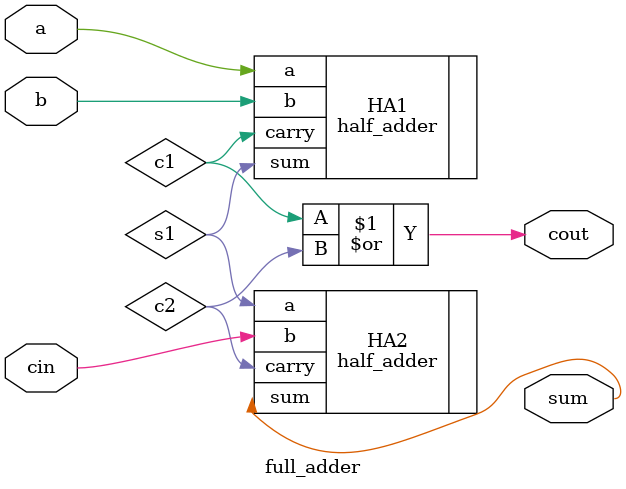
<source format=sv>

module full_adder (
	input logic a, b, cin, 		 // Entradas: A, B y Carry In
	output logic sum, cout		// Salida: Suma y Carry Out
);

	logic s1, c1, c2; // Señales internas
	
	// Se usan dos Half Adders para construir el Full Adder
	half_adder HA1 (.a(a), .b(b), .sum(s1), .carry(c1)); 
	half_adder HA2 (.a(s1), .b(cin), .sum(sum), .carry(c2));
	
	// Se calcula el Carry Out
	assign cout = c1 | c2;
	
endmodule

</source>
